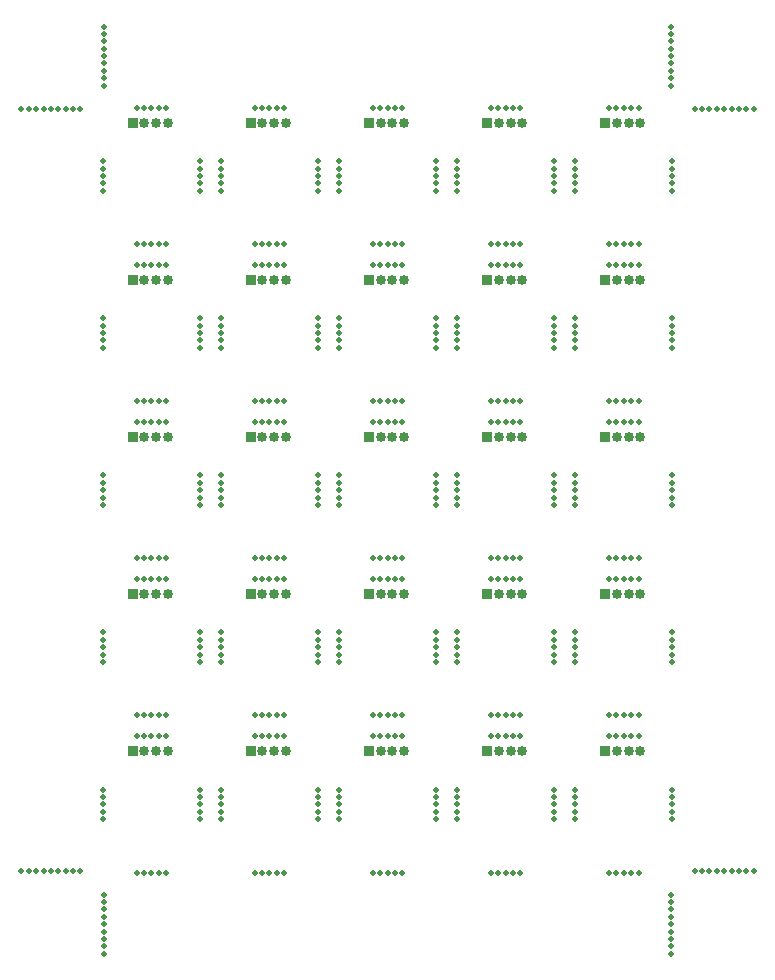
<source format=gbs>
%TF.GenerationSoftware,KiCad,Pcbnew,7.0.5-1.fc38*%
%TF.CreationDate,2023-07-07T14:18:14-04:00*%
%TF.ProjectId,bno085-i2c-board-v3-square-panel,626e6f30-3835-42d6-9932-632d626f6172,rev?*%
%TF.SameCoordinates,Original*%
%TF.FileFunction,Soldermask,Bot*%
%TF.FilePolarity,Negative*%
%FSLAX46Y46*%
G04 Gerber Fmt 4.6, Leading zero omitted, Abs format (unit mm)*
G04 Created by KiCad (PCBNEW 7.0.5-1.fc38) date 2023-07-07 14:18:14*
%MOMM*%
%LPD*%
G01*
G04 APERTURE LIST*
%ADD10C,0.500000*%
%ADD11R,0.850000X0.850000*%
%ADD12O,0.850000X0.850000*%
G04 APERTURE END LIST*
D10*
%TO.C,REF\u002A\u002A*%
X159125000Y-91625000D03*
%TD*%
%TO.C,REF\u002A\u002A*%
X137250000Y-51725000D03*
%TD*%
%TO.C,REF\u002A\u002A*%
X129750000Y-40175000D03*
%TD*%
%TO.C,REF\u002A\u002A*%
X139125000Y-51725000D03*
%TD*%
%TO.C,REF\u002A\u002A*%
X167875000Y-80075000D03*
%TD*%
%TO.C,REF\u002A\u002A*%
X124375000Y-73800000D03*
%TD*%
%TO.C,REF\u002A\u002A*%
X162625000Y-86475000D03*
%TD*%
%TO.C,REF\u002A\u002A*%
X129750000Y-38425000D03*
%TD*%
%TO.C,REF\u002A\u002A*%
X142625000Y-72550000D03*
%TD*%
%TO.C,REF\u002A\u002A*%
X154375000Y-58625000D03*
%TD*%
%TO.C,REF\u002A\u002A*%
X144375000Y-59875000D03*
%TD*%
%TO.C,REF\u002A\u002A*%
X154375000Y-58000000D03*
%TD*%
%TO.C,REF\u002A\u002A*%
X127250000Y-78325000D03*
%TD*%
%TO.C,REF\u002A\u002A*%
X159750000Y-51725000D03*
%TD*%
%TO.C,REF\u002A\u002A*%
X157875000Y-66775000D03*
%TD*%
%TO.C,REF\u002A\u002A*%
X158500000Y-51725000D03*
%TD*%
%TO.C,REF\u002A\u002A*%
X137250000Y-38425000D03*
%TD*%
%TO.C,REF\u002A\u002A*%
X149125000Y-26875000D03*
%TD*%
%TO.C,REF\u002A\u002A*%
X124375000Y-71925000D03*
%TD*%
%TO.C,REF\u002A\u002A*%
X128500000Y-91625000D03*
%TD*%
%TO.C,REF\u002A\u002A*%
X147875000Y-40175000D03*
%TD*%
%TO.C,REF\u002A\u002A*%
X117500000Y-91500000D03*
%TD*%
%TO.C,REF\u002A\u002A*%
X148500000Y-80075000D03*
%TD*%
%TO.C,REF\u002A\u002A*%
X154375000Y-85850000D03*
%TD*%
%TO.C,REF\u002A\u002A*%
X142625000Y-58000000D03*
%TD*%
%TO.C,REF\u002A\u002A*%
X132625000Y-85225000D03*
%TD*%
%TO.C,REF\u002A\u002A*%
X132625000Y-86475000D03*
%TD*%
%TO.C,REF\u002A\u002A*%
X176375000Y-91500000D03*
%TD*%
%TO.C,REF\u002A\u002A*%
X128500000Y-65025000D03*
%TD*%
%TO.C,REF\u002A\u002A*%
X144375000Y-72550000D03*
%TD*%
D11*
%TO.C,J5*%
X136909337Y-41470000D03*
D12*
X137909337Y-41470000D03*
X138909337Y-41470000D03*
X139909337Y-41470000D03*
%TD*%
D10*
%TO.C,REF\u002A\u002A*%
X164375000Y-33275000D03*
%TD*%
%TO.C,REF\u002A\u002A*%
X172625000Y-60500000D03*
%TD*%
%TO.C,REF\u002A\u002A*%
X142625000Y-59250000D03*
%TD*%
%TO.C,REF\u002A\u002A*%
X124500000Y-94750000D03*
%TD*%
%TO.C,REF\u002A\u002A*%
X172500000Y-24375000D03*
%TD*%
%TO.C,REF\u002A\u002A*%
X117500000Y-27000000D03*
%TD*%
%TO.C,REF\u002A\u002A*%
X142625000Y-71925000D03*
%TD*%
%TO.C,REF\u002A\u002A*%
X168500000Y-91625000D03*
%TD*%
%TO.C,REF\u002A\u002A*%
X128500000Y-40175000D03*
%TD*%
%TO.C,REF\u002A\u002A*%
X139125000Y-91625000D03*
%TD*%
%TO.C,REF\u002A\u002A*%
X154375000Y-71925000D03*
%TD*%
%TO.C,REF\u002A\u002A*%
X172500000Y-93500000D03*
%TD*%
%TO.C,REF\u002A\u002A*%
X144375000Y-45950000D03*
%TD*%
%TO.C,REF\u002A\u002A*%
X144375000Y-32650000D03*
%TD*%
%TO.C,REF\u002A\u002A*%
X152625000Y-59875000D03*
%TD*%
%TO.C,REF\u002A\u002A*%
X172625000Y-71300000D03*
%TD*%
%TO.C,REF\u002A\u002A*%
X172500000Y-21250000D03*
%TD*%
%TO.C,REF\u002A\u002A*%
X149750000Y-80075000D03*
%TD*%
%TO.C,REF\u002A\u002A*%
X152625000Y-86475000D03*
%TD*%
%TO.C,REF\u002A\u002A*%
X121875000Y-27000000D03*
%TD*%
%TO.C,REF\u002A\u002A*%
X132625000Y-32650000D03*
%TD*%
%TO.C,REF\u002A\u002A*%
X154375000Y-47200000D03*
%TD*%
%TO.C,REF\u002A\u002A*%
X149125000Y-91625000D03*
%TD*%
%TO.C,REF\u002A\u002A*%
X172625000Y-45325000D03*
%TD*%
%TO.C,REF\u002A\u002A*%
X167250000Y-53475000D03*
%TD*%
%TO.C,REF\u002A\u002A*%
X134375000Y-58625000D03*
%TD*%
%TO.C,REF\u002A\u002A*%
X144375000Y-84600000D03*
%TD*%
%TO.C,REF\u002A\u002A*%
X172500000Y-98500000D03*
%TD*%
%TO.C,REF\u002A\u002A*%
X139750000Y-51725000D03*
%TD*%
%TO.C,REF\u002A\u002A*%
X134375000Y-32025000D03*
%TD*%
%TO.C,REF\u002A\u002A*%
X147250000Y-40175000D03*
%TD*%
%TO.C,REF\u002A\u002A*%
X154375000Y-31400000D03*
%TD*%
%TO.C,REF\u002A\u002A*%
X124375000Y-85850000D03*
%TD*%
%TO.C,REF\u002A\u002A*%
X149750000Y-91625000D03*
%TD*%
%TO.C,REF\u002A\u002A*%
X124500000Y-96000000D03*
%TD*%
%TO.C,REF\u002A\u002A*%
X152625000Y-71925000D03*
%TD*%
%TO.C,REF\u002A\u002A*%
X132625000Y-59250000D03*
%TD*%
%TO.C,REF\u002A\u002A*%
X132625000Y-71925000D03*
%TD*%
%TO.C,REF\u002A\u002A*%
X142625000Y-31400000D03*
%TD*%
%TO.C,REF\u002A\u002A*%
X124375000Y-59250000D03*
%TD*%
D11*
%TO.C,J5*%
X126909337Y-54770000D03*
D12*
X127909337Y-54770000D03*
X128909337Y-54770000D03*
X129909337Y-54770000D03*
%TD*%
D10*
%TO.C,REF\u002A\u002A*%
X144375000Y-45325000D03*
%TD*%
%TO.C,REF\u002A\u002A*%
X138500000Y-40175000D03*
%TD*%
%TO.C,REF\u002A\u002A*%
X139750000Y-91625000D03*
%TD*%
%TO.C,REF\u002A\u002A*%
X129750000Y-53475000D03*
%TD*%
%TO.C,REF\u002A\u002A*%
X149750000Y-66775000D03*
%TD*%
%TO.C,REF\u002A\u002A*%
X134375000Y-73800000D03*
%TD*%
%TO.C,REF\u002A\u002A*%
X134375000Y-85225000D03*
%TD*%
%TO.C,REF\u002A\u002A*%
X175125000Y-27000000D03*
%TD*%
%TO.C,REF\u002A\u002A*%
X159750000Y-40175000D03*
%TD*%
%TO.C,REF\u002A\u002A*%
X124375000Y-32650000D03*
%TD*%
%TO.C,REF\u002A\u002A*%
X138500000Y-66775000D03*
%TD*%
%TO.C,REF\u002A\u002A*%
X124375000Y-86475000D03*
%TD*%
%TO.C,REF\u002A\u002A*%
X148500000Y-66775000D03*
%TD*%
D11*
%TO.C,J5*%
X136909337Y-28170000D03*
D12*
X137909337Y-28170000D03*
X138909337Y-28170000D03*
X139909337Y-28170000D03*
%TD*%
D10*
%TO.C,REF\u002A\u002A*%
X162625000Y-59250000D03*
%TD*%
%TO.C,REF\u002A\u002A*%
X164375000Y-85225000D03*
%TD*%
%TO.C,REF\u002A\u002A*%
X159750000Y-80075000D03*
%TD*%
%TO.C,REF\u002A\u002A*%
X129750000Y-51725000D03*
%TD*%
%TO.C,REF\u002A\u002A*%
X134375000Y-59250000D03*
%TD*%
%TO.C,REF\u002A\u002A*%
X129125000Y-91625000D03*
%TD*%
%TO.C,REF\u002A\u002A*%
X157875000Y-78325000D03*
%TD*%
%TO.C,REF\u002A\u002A*%
X128500000Y-66775000D03*
%TD*%
%TO.C,REF\u002A\u002A*%
X124500000Y-93500000D03*
%TD*%
%TO.C,REF\u002A\u002A*%
X162625000Y-33900000D03*
%TD*%
%TO.C,REF\u002A\u002A*%
X164375000Y-46575000D03*
%TD*%
%TO.C,REF\u002A\u002A*%
X124375000Y-87100000D03*
%TD*%
%TO.C,REF\u002A\u002A*%
X168500000Y-66775000D03*
%TD*%
%TO.C,REF\u002A\u002A*%
X152625000Y-59250000D03*
%TD*%
%TO.C,REF\u002A\u002A*%
X127250000Y-53475000D03*
%TD*%
%TO.C,REF\u002A\u002A*%
X172500000Y-21875000D03*
%TD*%
%TO.C,REF\u002A\u002A*%
X152625000Y-58625000D03*
%TD*%
%TO.C,REF\u002A\u002A*%
X124375000Y-72550000D03*
%TD*%
%TO.C,REF\u002A\u002A*%
X172500000Y-95375000D03*
%TD*%
%TO.C,REF\u002A\u002A*%
X124500000Y-97250000D03*
%TD*%
%TO.C,REF\u002A\u002A*%
X144375000Y-85850000D03*
%TD*%
%TO.C,REF\u002A\u002A*%
X176375000Y-27000000D03*
%TD*%
%TO.C,REF\u002A\u002A*%
X124500000Y-94125000D03*
%TD*%
%TO.C,REF\u002A\u002A*%
X144375000Y-87100000D03*
%TD*%
%TO.C,REF\u002A\u002A*%
X167250000Y-65025000D03*
%TD*%
%TO.C,REF\u002A\u002A*%
X167875000Y-40175000D03*
%TD*%
%TO.C,REF\u002A\u002A*%
X172625000Y-85850000D03*
%TD*%
%TO.C,REF\u002A\u002A*%
X158500000Y-40175000D03*
%TD*%
%TO.C,REF\u002A\u002A*%
X137875000Y-80075000D03*
%TD*%
%TO.C,REF\u002A\u002A*%
X129125000Y-66775000D03*
%TD*%
%TO.C,REF\u002A\u002A*%
X154375000Y-71300000D03*
%TD*%
%TO.C,REF\u002A\u002A*%
X169125000Y-38425000D03*
%TD*%
%TO.C,REF\u002A\u002A*%
X178250000Y-91500000D03*
%TD*%
%TO.C,REF\u002A\u002A*%
X167250000Y-66775000D03*
%TD*%
%TO.C,REF\u002A\u002A*%
X164375000Y-45325000D03*
%TD*%
%TO.C,REF\u002A\u002A*%
X152625000Y-46575000D03*
%TD*%
%TO.C,REF\u002A\u002A*%
X134375000Y-71925000D03*
%TD*%
%TO.C,REF\u002A\u002A*%
X132625000Y-58625000D03*
%TD*%
%TO.C,REF\u002A\u002A*%
X149750000Y-53475000D03*
%TD*%
%TO.C,REF\u002A\u002A*%
X152625000Y-60500000D03*
%TD*%
%TO.C,REF\u002A\u002A*%
X144375000Y-58000000D03*
%TD*%
%TO.C,REF\u002A\u002A*%
X178250000Y-27000000D03*
%TD*%
%TO.C,REF\u002A\u002A*%
X157250000Y-78325000D03*
%TD*%
%TO.C,REF\u002A\u002A*%
X172500000Y-96625000D03*
%TD*%
%TO.C,REF\u002A\u002A*%
X152625000Y-47200000D03*
%TD*%
%TO.C,REF\u002A\u002A*%
X124500000Y-24375000D03*
%TD*%
%TO.C,REF\u002A\u002A*%
X158500000Y-91625000D03*
%TD*%
%TO.C,REF\u002A\u002A*%
X172500000Y-25000000D03*
%TD*%
%TO.C,REF\u002A\u002A*%
X124500000Y-22500000D03*
%TD*%
%TO.C,REF\u002A\u002A*%
X127250000Y-65025000D03*
%TD*%
%TO.C,REF\u002A\u002A*%
X144375000Y-44700000D03*
%TD*%
%TO.C,REF\u002A\u002A*%
X152625000Y-73800000D03*
%TD*%
%TO.C,REF\u002A\u002A*%
X122500000Y-91500000D03*
%TD*%
%TO.C,REF\u002A\u002A*%
X152625000Y-71300000D03*
%TD*%
%TO.C,REF\u002A\u002A*%
X149750000Y-51725000D03*
%TD*%
%TO.C,REF\u002A\u002A*%
X124500000Y-25000000D03*
%TD*%
%TO.C,REF\u002A\u002A*%
X129750000Y-80075000D03*
%TD*%
%TO.C,REF\u002A\u002A*%
X162625000Y-72550000D03*
%TD*%
D11*
%TO.C,J5*%
X136909337Y-81370000D03*
D12*
X137909337Y-81370000D03*
X138909337Y-81370000D03*
X139909337Y-81370000D03*
%TD*%
D10*
%TO.C,REF\u002A\u002A*%
X159750000Y-78325000D03*
%TD*%
%TO.C,REF\u002A\u002A*%
X157250000Y-80075000D03*
%TD*%
%TO.C,REF\u002A\u002A*%
X147250000Y-78325000D03*
%TD*%
%TO.C,REF\u002A\u002A*%
X154375000Y-46575000D03*
%TD*%
%TO.C,REF\u002A\u002A*%
X137875000Y-40175000D03*
%TD*%
%TO.C,REF\u002A\u002A*%
X142625000Y-47200000D03*
%TD*%
%TO.C,REF\u002A\u002A*%
X172500000Y-23125000D03*
%TD*%
%TO.C,REF\u002A\u002A*%
X118125000Y-27000000D03*
%TD*%
%TO.C,REF\u002A\u002A*%
X132625000Y-32025000D03*
%TD*%
%TO.C,REF\u002A\u002A*%
X144375000Y-85225000D03*
%TD*%
%TO.C,REF\u002A\u002A*%
X157875000Y-65025000D03*
%TD*%
%TO.C,REF\u002A\u002A*%
X164375000Y-71925000D03*
%TD*%
%TO.C,REF\u002A\u002A*%
X158500000Y-66775000D03*
%TD*%
%TO.C,REF\u002A\u002A*%
X152625000Y-85850000D03*
%TD*%
%TO.C,REF\u002A\u002A*%
X139125000Y-53475000D03*
%TD*%
%TO.C,REF\u002A\u002A*%
X118125000Y-91500000D03*
%TD*%
%TO.C,REF\u002A\u002A*%
X128500000Y-38425000D03*
%TD*%
%TO.C,REF\u002A\u002A*%
X172500000Y-20000000D03*
%TD*%
%TO.C,REF\u002A\u002A*%
X128500000Y-80075000D03*
%TD*%
%TO.C,REF\u002A\u002A*%
X167875000Y-66775000D03*
%TD*%
%TO.C,REF\u002A\u002A*%
X134375000Y-71300000D03*
%TD*%
%TO.C,REF\u002A\u002A*%
X149125000Y-53475000D03*
%TD*%
%TO.C,REF\u002A\u002A*%
X167250000Y-38425000D03*
%TD*%
%TO.C,REF\u002A\u002A*%
X132625000Y-87100000D03*
%TD*%
%TO.C,REF\u002A\u002A*%
X142625000Y-87100000D03*
%TD*%
%TO.C,REF\u002A\u002A*%
X128500000Y-78325000D03*
%TD*%
%TO.C,REF\u002A\u002A*%
X172625000Y-73800000D03*
%TD*%
%TO.C,REF\u002A\u002A*%
X148500000Y-53475000D03*
%TD*%
%TO.C,REF\u002A\u002A*%
X144375000Y-33900000D03*
%TD*%
%TO.C,REF\u002A\u002A*%
X167250000Y-51725000D03*
%TD*%
D11*
%TO.C,J5*%
X166909337Y-68070000D03*
D12*
X167909337Y-68070000D03*
X168909337Y-68070000D03*
X169909337Y-68070000D03*
%TD*%
D10*
%TO.C,REF\u002A\u002A*%
X177000000Y-91500000D03*
%TD*%
%TO.C,REF\u002A\u002A*%
X177000000Y-27000000D03*
%TD*%
%TO.C,REF\u002A\u002A*%
X120000000Y-27000000D03*
%TD*%
%TO.C,REF\u002A\u002A*%
X162625000Y-45950000D03*
%TD*%
D11*
%TO.C,J5*%
X126909337Y-81370000D03*
D12*
X127909337Y-81370000D03*
X128909337Y-81370000D03*
X129909337Y-81370000D03*
%TD*%
D10*
%TO.C,REF\u002A\u002A*%
X134375000Y-86475000D03*
%TD*%
%TO.C,REF\u002A\u002A*%
X148500000Y-38425000D03*
%TD*%
%TO.C,REF\u002A\u002A*%
X142625000Y-58625000D03*
%TD*%
%TO.C,REF\u002A\u002A*%
X144375000Y-71300000D03*
%TD*%
%TO.C,REF\u002A\u002A*%
X164375000Y-60500000D03*
%TD*%
%TO.C,REF\u002A\u002A*%
X152625000Y-73175000D03*
%TD*%
%TO.C,REF\u002A\u002A*%
X142625000Y-59875000D03*
%TD*%
%TO.C,REF\u002A\u002A*%
X172625000Y-44700000D03*
%TD*%
%TO.C,REF\u002A\u002A*%
X127875000Y-80075000D03*
%TD*%
%TO.C,REF\u002A\u002A*%
X162625000Y-33275000D03*
%TD*%
%TO.C,REF\u002A\u002A*%
X159125000Y-78325000D03*
%TD*%
%TO.C,REF\u002A\u002A*%
X132625000Y-31400000D03*
%TD*%
%TO.C,REF\u002A\u002A*%
X169750000Y-91625000D03*
%TD*%
%TO.C,REF\u002A\u002A*%
X127875000Y-78325000D03*
%TD*%
%TO.C,REF\u002A\u002A*%
X139125000Y-65025000D03*
%TD*%
D11*
%TO.C,J5*%
X136909337Y-54770000D03*
D12*
X137909337Y-54770000D03*
X138909337Y-54770000D03*
X139909337Y-54770000D03*
%TD*%
D10*
%TO.C,REF\u002A\u002A*%
X154375000Y-32650000D03*
%TD*%
%TO.C,REF\u002A\u002A*%
X129125000Y-78325000D03*
%TD*%
%TO.C,REF\u002A\u002A*%
X144375000Y-73175000D03*
%TD*%
%TO.C,REF\u002A\u002A*%
X134375000Y-44700000D03*
%TD*%
%TO.C,REF\u002A\u002A*%
X164375000Y-71300000D03*
%TD*%
%TO.C,REF\u002A\u002A*%
X162625000Y-71300000D03*
%TD*%
D11*
%TO.C,J5*%
X126909337Y-41470000D03*
D12*
X127909337Y-41470000D03*
X128909337Y-41470000D03*
X129909337Y-41470000D03*
%TD*%
D10*
%TO.C,REF\u002A\u002A*%
X147875000Y-66775000D03*
%TD*%
%TO.C,REF\u002A\u002A*%
X152625000Y-87100000D03*
%TD*%
%TO.C,REF\u002A\u002A*%
X132625000Y-85850000D03*
%TD*%
%TO.C,REF\u002A\u002A*%
X164375000Y-85850000D03*
%TD*%
%TO.C,REF\u002A\u002A*%
X134375000Y-33900000D03*
%TD*%
%TO.C,REF\u002A\u002A*%
X142625000Y-86475000D03*
%TD*%
%TO.C,REF\u002A\u002A*%
X157875000Y-26875000D03*
%TD*%
%TO.C,REF\u002A\u002A*%
X167875000Y-91625000D03*
%TD*%
%TO.C,REF\u002A\u002A*%
X132625000Y-73175000D03*
%TD*%
%TO.C,REF\u002A\u002A*%
X172500000Y-97250000D03*
%TD*%
%TO.C,REF\u002A\u002A*%
X147250000Y-53475000D03*
%TD*%
%TO.C,REF\u002A\u002A*%
X152625000Y-31400000D03*
%TD*%
%TO.C,REF\u002A\u002A*%
X142625000Y-60500000D03*
%TD*%
%TO.C,REF\u002A\u002A*%
X144375000Y-31400000D03*
%TD*%
%TO.C,REF\u002A\u002A*%
X124375000Y-46575000D03*
%TD*%
%TO.C,REF\u002A\u002A*%
X138500000Y-65025000D03*
%TD*%
%TO.C,REF\u002A\u002A*%
X129125000Y-38425000D03*
%TD*%
%TO.C,REF\u002A\u002A*%
X164375000Y-44700000D03*
%TD*%
%TO.C,REF\u002A\u002A*%
X169750000Y-80075000D03*
%TD*%
%TO.C,REF\u002A\u002A*%
X159125000Y-38425000D03*
%TD*%
%TO.C,REF\u002A\u002A*%
X152625000Y-85225000D03*
%TD*%
%TO.C,REF\u002A\u002A*%
X144375000Y-60500000D03*
%TD*%
%TO.C,REF\u002A\u002A*%
X144375000Y-46575000D03*
%TD*%
%TO.C,REF\u002A\u002A*%
X127875000Y-26875000D03*
%TD*%
%TO.C,REF\u002A\u002A*%
X139125000Y-40175000D03*
%TD*%
%TO.C,REF\u002A\u002A*%
X134375000Y-45325000D03*
%TD*%
%TO.C,REF\u002A\u002A*%
X142625000Y-73800000D03*
%TD*%
%TO.C,REF\u002A\u002A*%
X124500000Y-20000000D03*
%TD*%
%TO.C,REF\u002A\u002A*%
X162625000Y-44700000D03*
%TD*%
%TO.C,REF\u002A\u002A*%
X154375000Y-72550000D03*
%TD*%
%TO.C,REF\u002A\u002A*%
X119375000Y-91500000D03*
%TD*%
%TO.C,REF\u002A\u002A*%
X172625000Y-73175000D03*
%TD*%
%TO.C,REF\u002A\u002A*%
X127875000Y-66775000D03*
%TD*%
D11*
%TO.C,J5*%
X166909337Y-54770000D03*
D12*
X167909337Y-54770000D03*
X168909337Y-54770000D03*
X169909337Y-54770000D03*
%TD*%
D10*
%TO.C,REF\u002A\u002A*%
X157875000Y-40175000D03*
%TD*%
%TO.C,REF\u002A\u002A*%
X162625000Y-84600000D03*
%TD*%
%TO.C,REF\u002A\u002A*%
X169750000Y-78325000D03*
%TD*%
%TO.C,REF\u002A\u002A*%
X167875000Y-38425000D03*
%TD*%
%TO.C,REF\u002A\u002A*%
X144375000Y-59250000D03*
%TD*%
%TO.C,REF\u002A\u002A*%
X152625000Y-32025000D03*
%TD*%
%TO.C,REF\u002A\u002A*%
X167875000Y-65025000D03*
%TD*%
%TO.C,REF\u002A\u002A*%
X142625000Y-32650000D03*
%TD*%
%TO.C,REF\u002A\u002A*%
X142625000Y-32025000D03*
%TD*%
%TO.C,REF\u002A\u002A*%
X137250000Y-26875000D03*
%TD*%
%TO.C,REF\u002A\u002A*%
X124375000Y-31400000D03*
%TD*%
%TO.C,REF\u002A\u002A*%
X137250000Y-40175000D03*
%TD*%
%TO.C,REF\u002A\u002A*%
X132625000Y-33275000D03*
%TD*%
D11*
%TO.C,J5*%
X146909337Y-28170000D03*
D12*
X147909337Y-28170000D03*
X148909337Y-28170000D03*
X149909337Y-28170000D03*
%TD*%
D10*
%TO.C,REF\u002A\u002A*%
X127875000Y-40175000D03*
%TD*%
%TO.C,REF\u002A\u002A*%
X139750000Y-53475000D03*
%TD*%
%TO.C,REF\u002A\u002A*%
X124375000Y-33275000D03*
%TD*%
%TO.C,REF\u002A\u002A*%
X149750000Y-65025000D03*
%TD*%
%TO.C,REF\u002A\u002A*%
X124375000Y-45950000D03*
%TD*%
%TO.C,REF\u002A\u002A*%
X172625000Y-84600000D03*
%TD*%
%TO.C,REF\u002A\u002A*%
X167250000Y-26875000D03*
%TD*%
%TO.C,REF\u002A\u002A*%
X124500000Y-98500000D03*
%TD*%
%TO.C,REF\u002A\u002A*%
X164375000Y-72550000D03*
%TD*%
%TO.C,REF\u002A\u002A*%
X149125000Y-40175000D03*
%TD*%
%TO.C,REF\u002A\u002A*%
X172625000Y-85225000D03*
%TD*%
%TO.C,REF\u002A\u002A*%
X159750000Y-53475000D03*
%TD*%
%TO.C,REF\u002A\u002A*%
X129750000Y-26875000D03*
%TD*%
%TO.C,REF\u002A\u002A*%
X177625000Y-27000000D03*
%TD*%
%TO.C,REF\u002A\u002A*%
X127250000Y-26875000D03*
%TD*%
%TO.C,REF\u002A\u002A*%
X164375000Y-59875000D03*
%TD*%
%TO.C,REF\u002A\u002A*%
X121250000Y-27000000D03*
%TD*%
%TO.C,REF\u002A\u002A*%
X172625000Y-71925000D03*
%TD*%
%TO.C,REF\u002A\u002A*%
X177625000Y-91500000D03*
%TD*%
%TO.C,REF\u002A\u002A*%
X142625000Y-46575000D03*
%TD*%
%TO.C,REF\u002A\u002A*%
X154375000Y-59250000D03*
%TD*%
%TO.C,REF\u002A\u002A*%
X134375000Y-84600000D03*
%TD*%
%TO.C,REF\u002A\u002A*%
X124500000Y-95375000D03*
%TD*%
%TO.C,REF\u002A\u002A*%
X144375000Y-73800000D03*
%TD*%
%TO.C,REF\u002A\u002A*%
X132625000Y-46575000D03*
%TD*%
%TO.C,REF\u002A\u002A*%
X169125000Y-53475000D03*
%TD*%
%TO.C,REF\u002A\u002A*%
X168500000Y-26875000D03*
%TD*%
%TO.C,REF\u002A\u002A*%
X138500000Y-91625000D03*
%TD*%
%TO.C,REF\u002A\u002A*%
X162625000Y-58625000D03*
%TD*%
%TO.C,REF\u002A\u002A*%
X142625000Y-33275000D03*
%TD*%
%TO.C,REF\u002A\u002A*%
X172500000Y-23750000D03*
%TD*%
%TO.C,REF\u002A\u002A*%
X162625000Y-32650000D03*
%TD*%
%TO.C,REF\u002A\u002A*%
X147875000Y-65025000D03*
%TD*%
%TO.C,REF\u002A\u002A*%
X124375000Y-58625000D03*
%TD*%
%TO.C,REF\u002A\u002A*%
X157250000Y-38425000D03*
%TD*%
%TO.C,REF\u002A\u002A*%
X169125000Y-51725000D03*
%TD*%
%TO.C,REF\u002A\u002A*%
X134375000Y-58000000D03*
%TD*%
%TO.C,REF\u002A\u002A*%
X118750000Y-27000000D03*
%TD*%
%TO.C,REF\u002A\u002A*%
X169750000Y-66775000D03*
%TD*%
%TO.C,REF\u002A\u002A*%
X128500000Y-26875000D03*
%TD*%
%TO.C,REF\u002A\u002A*%
X169750000Y-51725000D03*
%TD*%
%TO.C,REF\u002A\u002A*%
X127250000Y-66775000D03*
%TD*%
%TO.C,REF\u002A\u002A*%
X172625000Y-47200000D03*
%TD*%
%TO.C,REF\u002A\u002A*%
X129125000Y-65025000D03*
%TD*%
%TO.C,REF\u002A\u002A*%
X159750000Y-66775000D03*
%TD*%
%TO.C,REF\u002A\u002A*%
X132625000Y-59875000D03*
%TD*%
%TO.C,REF\u002A\u002A*%
X120000000Y-91500000D03*
%TD*%
%TO.C,REF\u002A\u002A*%
X164375000Y-87100000D03*
%TD*%
%TO.C,REF\u002A\u002A*%
X168500000Y-78325000D03*
%TD*%
%TO.C,REF\u002A\u002A*%
X147875000Y-80075000D03*
%TD*%
%TO.C,REF\u002A\u002A*%
X147250000Y-51725000D03*
%TD*%
D11*
%TO.C,J5*%
X136909337Y-68070000D03*
D12*
X137909337Y-68070000D03*
X138909337Y-68070000D03*
X139909337Y-68070000D03*
%TD*%
D10*
%TO.C,REF\u002A\u002A*%
X137250000Y-66775000D03*
%TD*%
%TO.C,REF\u002A\u002A*%
X128500000Y-51725000D03*
%TD*%
%TO.C,REF\u002A\u002A*%
X134375000Y-47200000D03*
%TD*%
%TO.C,REF\u002A\u002A*%
X154375000Y-73175000D03*
%TD*%
%TO.C,REF\u002A\u002A*%
X159125000Y-80075000D03*
%TD*%
%TO.C,REF\u002A\u002A*%
X154375000Y-84600000D03*
%TD*%
%TO.C,REF\u002A\u002A*%
X132625000Y-58000000D03*
%TD*%
%TO.C,REF\u002A\u002A*%
X159125000Y-26875000D03*
%TD*%
%TO.C,REF\u002A\u002A*%
X139750000Y-40175000D03*
%TD*%
D11*
%TO.C,J5*%
X156909337Y-28170000D03*
D12*
X157909337Y-28170000D03*
X158909337Y-28170000D03*
X159909337Y-28170000D03*
%TD*%
D10*
%TO.C,REF\u002A\u002A*%
X139125000Y-26875000D03*
%TD*%
%TO.C,REF\u002A\u002A*%
X144375000Y-58625000D03*
%TD*%
%TO.C,REF\u002A\u002A*%
X152625000Y-33900000D03*
%TD*%
%TO.C,REF\u002A\u002A*%
X148500000Y-65025000D03*
%TD*%
%TO.C,REF\u002A\u002A*%
X129125000Y-40175000D03*
%TD*%
%TO.C,REF\u002A\u002A*%
X142625000Y-85850000D03*
%TD*%
%TO.C,REF\u002A\u002A*%
X127250000Y-40175000D03*
%TD*%
%TO.C,REF\u002A\u002A*%
X162625000Y-31400000D03*
%TD*%
%TO.C,REF\u002A\u002A*%
X149750000Y-40175000D03*
%TD*%
%TO.C,REF\u002A\u002A*%
X121875000Y-91500000D03*
%TD*%
%TO.C,REF\u002A\u002A*%
X152625000Y-72550000D03*
%TD*%
%TO.C,REF\u002A\u002A*%
X124375000Y-73175000D03*
%TD*%
%TO.C,REF\u002A\u002A*%
X137250000Y-53475000D03*
%TD*%
%TO.C,REF\u002A\u002A*%
X124375000Y-60500000D03*
%TD*%
%TO.C,REF\u002A\u002A*%
X147250000Y-91625000D03*
%TD*%
%TO.C,REF\u002A\u002A*%
X158500000Y-80075000D03*
%TD*%
%TO.C,REF\u002A\u002A*%
X164375000Y-33900000D03*
%TD*%
%TO.C,REF\u002A\u002A*%
X162625000Y-32025000D03*
%TD*%
%TO.C,REF\u002A\u002A*%
X138500000Y-53475000D03*
%TD*%
%TO.C,REF\u002A\u002A*%
X127875000Y-53475000D03*
%TD*%
%TO.C,REF\u002A\u002A*%
X149125000Y-38425000D03*
%TD*%
%TO.C,REF\u002A\u002A*%
X138500000Y-51725000D03*
%TD*%
%TO.C,REF\u002A\u002A*%
X147875000Y-91625000D03*
%TD*%
%TO.C,REF\u002A\u002A*%
X134375000Y-45950000D03*
%TD*%
%TO.C,REF\u002A\u002A*%
X134375000Y-33275000D03*
%TD*%
%TO.C,REF\u002A\u002A*%
X154375000Y-85225000D03*
%TD*%
%TO.C,REF\u002A\u002A*%
X169125000Y-40175000D03*
%TD*%
%TO.C,REF\u002A\u002A*%
X137875000Y-51725000D03*
%TD*%
%TO.C,REF\u002A\u002A*%
X164375000Y-31400000D03*
%TD*%
%TO.C,REF\u002A\u002A*%
X164375000Y-86475000D03*
%TD*%
%TO.C,REF\u002A\u002A*%
X138500000Y-80075000D03*
%TD*%
%TO.C,REF\u002A\u002A*%
X127250000Y-51725000D03*
%TD*%
%TO.C,REF\u002A\u002A*%
X179500000Y-27000000D03*
%TD*%
%TO.C,REF\u002A\u002A*%
X127250000Y-91625000D03*
%TD*%
%TO.C,REF\u002A\u002A*%
X119375000Y-27000000D03*
%TD*%
D11*
%TO.C,J5*%
X156909337Y-81370000D03*
D12*
X157909337Y-81370000D03*
X158909337Y-81370000D03*
X159909337Y-81370000D03*
%TD*%
D10*
%TO.C,REF\u002A\u002A*%
X134375000Y-46575000D03*
%TD*%
%TO.C,REF\u002A\u002A*%
X157250000Y-51725000D03*
%TD*%
%TO.C,REF\u002A\u002A*%
X144375000Y-32025000D03*
%TD*%
%TO.C,REF\u002A\u002A*%
X158500000Y-65025000D03*
%TD*%
%TO.C,REF\u002A\u002A*%
X172625000Y-31400000D03*
%TD*%
%TO.C,REF\u002A\u002A*%
X157875000Y-51725000D03*
%TD*%
%TO.C,REF\u002A\u002A*%
X168500000Y-51725000D03*
%TD*%
%TO.C,REF\u002A\u002A*%
X169125000Y-91625000D03*
%TD*%
%TO.C,REF\u002A\u002A*%
X159750000Y-38425000D03*
%TD*%
%TO.C,REF\u002A\u002A*%
X147250000Y-38425000D03*
%TD*%
%TO.C,REF\u002A\u002A*%
X162625000Y-47200000D03*
%TD*%
%TO.C,REF\u002A\u002A*%
X172625000Y-58000000D03*
%TD*%
%TO.C,REF\u002A\u002A*%
X162625000Y-85850000D03*
%TD*%
%TO.C,REF\u002A\u002A*%
X164375000Y-45950000D03*
%TD*%
%TO.C,REF\u002A\u002A*%
X154375000Y-59875000D03*
%TD*%
%TO.C,REF\u002A\u002A*%
X167250000Y-78325000D03*
%TD*%
%TO.C,REF\u002A\u002A*%
X124500000Y-21250000D03*
%TD*%
%TO.C,REF\u002A\u002A*%
X164375000Y-73800000D03*
%TD*%
%TO.C,REF\u002A\u002A*%
X149125000Y-65025000D03*
%TD*%
%TO.C,REF\u002A\u002A*%
X169750000Y-38425000D03*
%TD*%
%TO.C,REF\u002A\u002A*%
X154375000Y-33275000D03*
%TD*%
%TO.C,REF\u002A\u002A*%
X124375000Y-58000000D03*
%TD*%
%TO.C,REF\u002A\u002A*%
X174500000Y-91500000D03*
%TD*%
%TO.C,REF\u002A\u002A*%
X167875000Y-26875000D03*
%TD*%
%TO.C,REF\u002A\u002A*%
X134375000Y-60500000D03*
%TD*%
%TO.C,REF\u002A\u002A*%
X129125000Y-51725000D03*
%TD*%
%TO.C,REF\u002A\u002A*%
X172625000Y-58625000D03*
%TD*%
%TO.C,REF\u002A\u002A*%
X134375000Y-31400000D03*
%TD*%
%TO.C,REF\u002A\u002A*%
X147875000Y-38425000D03*
%TD*%
%TO.C,REF\u002A\u002A*%
X121250000Y-91500000D03*
%TD*%
%TO.C,REF\u002A\u002A*%
X129125000Y-26875000D03*
%TD*%
%TO.C,REF\u002A\u002A*%
X142625000Y-84600000D03*
%TD*%
%TO.C,REF\u002A\u002A*%
X172500000Y-97875000D03*
%TD*%
%TO.C,REF\u002A\u002A*%
X134375000Y-72550000D03*
%TD*%
%TO.C,REF\u002A\u002A*%
X137875000Y-78325000D03*
%TD*%
%TO.C,REF\u002A\u002A*%
X154375000Y-44700000D03*
%TD*%
%TO.C,REF\u002A\u002A*%
X142625000Y-71300000D03*
%TD*%
%TO.C,REF\u002A\u002A*%
X167875000Y-53475000D03*
%TD*%
D11*
%TO.C,J5*%
X166909337Y-28170000D03*
D12*
X167909337Y-28170000D03*
X168909337Y-28170000D03*
X169909337Y-28170000D03*
%TD*%
D10*
%TO.C,REF\u002A\u002A*%
X172625000Y-32025000D03*
%TD*%
%TO.C,REF\u002A\u002A*%
X164375000Y-47200000D03*
%TD*%
%TO.C,REF\u002A\u002A*%
X157250000Y-91625000D03*
%TD*%
%TO.C,REF\u002A\u002A*%
X172500000Y-22500000D03*
%TD*%
%TO.C,REF\u002A\u002A*%
X124375000Y-85225000D03*
%TD*%
%TO.C,REF\u002A\u002A*%
X137875000Y-65025000D03*
%TD*%
%TO.C,REF\u002A\u002A*%
X132625000Y-84600000D03*
%TD*%
%TO.C,REF\u002A\u002A*%
X139750000Y-80075000D03*
%TD*%
%TO.C,REF\u002A\u002A*%
X172625000Y-45950000D03*
%TD*%
%TO.C,REF\u002A\u002A*%
X132625000Y-60500000D03*
%TD*%
%TO.C,REF\u002A\u002A*%
X132625000Y-47200000D03*
%TD*%
%TO.C,REF\u002A\u002A*%
X137875000Y-26875000D03*
%TD*%
%TO.C,REF\u002A\u002A*%
X132625000Y-72550000D03*
%TD*%
%TO.C,REF\u002A\u002A*%
X172625000Y-59250000D03*
%TD*%
%TO.C,REF\u002A\u002A*%
X124375000Y-45325000D03*
%TD*%
%TO.C,REF\u002A\u002A*%
X124375000Y-84600000D03*
%TD*%
%TO.C,REF\u002A\u002A*%
X137250000Y-78325000D03*
%TD*%
%TO.C,REF\u002A\u002A*%
X144375000Y-86475000D03*
%TD*%
%TO.C,REF\u002A\u002A*%
X134375000Y-32650000D03*
%TD*%
%TO.C,REF\u002A\u002A*%
X148500000Y-40175000D03*
%TD*%
%TO.C,REF\u002A\u002A*%
X149125000Y-78325000D03*
%TD*%
%TO.C,REF\u002A\u002A*%
X172625000Y-46575000D03*
%TD*%
%TO.C,REF\u002A\u002A*%
X137875000Y-91625000D03*
%TD*%
%TO.C,REF\u002A\u002A*%
X132625000Y-71300000D03*
%TD*%
%TO.C,REF\u002A\u002A*%
X127875000Y-91625000D03*
%TD*%
%TO.C,REF\u002A\u002A*%
X138500000Y-78325000D03*
%TD*%
%TO.C,REF\u002A\u002A*%
X149125000Y-80075000D03*
%TD*%
%TO.C,REF\u002A\u002A*%
X164375000Y-32025000D03*
%TD*%
%TO.C,REF\u002A\u002A*%
X124500000Y-23125000D03*
%TD*%
%TO.C,REF\u002A\u002A*%
X148500000Y-26875000D03*
%TD*%
%TO.C,REF\u002A\u002A*%
X124500000Y-96625000D03*
%TD*%
%TO.C,REF\u002A\u002A*%
X147250000Y-80075000D03*
%TD*%
%TO.C,REF\u002A\u002A*%
X167250000Y-40175000D03*
%TD*%
%TO.C,REF\u002A\u002A*%
X162625000Y-46575000D03*
%TD*%
%TO.C,REF\u002A\u002A*%
X152625000Y-33275000D03*
%TD*%
%TO.C,REF\u002A\u002A*%
X132625000Y-44700000D03*
%TD*%
%TO.C,REF\u002A\u002A*%
X168500000Y-53475000D03*
%TD*%
%TO.C,REF\u002A\u002A*%
X154375000Y-60500000D03*
%TD*%
%TO.C,REF\u002A\u002A*%
X137875000Y-66775000D03*
%TD*%
%TO.C,REF\u002A\u002A*%
X124500000Y-23750000D03*
%TD*%
%TO.C,REF\u002A\u002A*%
X147875000Y-78325000D03*
%TD*%
%TO.C,REF\u002A\u002A*%
X159125000Y-65025000D03*
%TD*%
%TO.C,REF\u002A\u002A*%
X147250000Y-26875000D03*
%TD*%
%TO.C,REF\u002A\u002A*%
X168500000Y-40175000D03*
%TD*%
%TO.C,REF\u002A\u002A*%
X124375000Y-59875000D03*
%TD*%
%TO.C,REF\u002A\u002A*%
X168500000Y-38425000D03*
%TD*%
%TO.C,REF\u002A\u002A*%
X154375000Y-73800000D03*
%TD*%
%TO.C,REF\u002A\u002A*%
X154375000Y-45325000D03*
%TD*%
%TO.C,REF\u002A\u002A*%
X174500000Y-27000000D03*
%TD*%
%TO.C,REF\u002A\u002A*%
X148500000Y-51725000D03*
%TD*%
%TO.C,REF\u002A\u002A*%
X164375000Y-58625000D03*
%TD*%
%TO.C,REF\u002A\u002A*%
X172625000Y-86475000D03*
%TD*%
D11*
%TO.C,J5*%
X126909337Y-68070000D03*
D12*
X127909337Y-68070000D03*
X128909337Y-68070000D03*
X129909337Y-68070000D03*
%TD*%
D10*
%TO.C,REF\u002A\u002A*%
X168500000Y-65025000D03*
%TD*%
%TO.C,REF\u002A\u002A*%
X149750000Y-38425000D03*
%TD*%
%TO.C,REF\u002A\u002A*%
X137250000Y-91625000D03*
%TD*%
%TO.C,REF\u002A\u002A*%
X159125000Y-53475000D03*
%TD*%
%TO.C,REF\u002A\u002A*%
X142625000Y-85225000D03*
%TD*%
%TO.C,REF\u002A\u002A*%
X154375000Y-33900000D03*
%TD*%
D11*
%TO.C,J5*%
X156909337Y-68070000D03*
D12*
X157909337Y-68070000D03*
X158909337Y-68070000D03*
X159909337Y-68070000D03*
%TD*%
D10*
%TO.C,REF\u002A\u002A*%
X169750000Y-53475000D03*
%TD*%
%TO.C,REF\u002A\u002A*%
X152625000Y-32650000D03*
%TD*%
%TO.C,REF\u002A\u002A*%
X138500000Y-38425000D03*
%TD*%
%TO.C,REF\u002A\u002A*%
X157250000Y-40175000D03*
%TD*%
%TO.C,REF\u002A\u002A*%
X162625000Y-59875000D03*
%TD*%
%TO.C,REF\u002A\u002A*%
X159750000Y-26875000D03*
%TD*%
%TO.C,REF\u002A\u002A*%
X118750000Y-91500000D03*
%TD*%
%TO.C,REF\u002A\u002A*%
X147250000Y-66775000D03*
%TD*%
%TO.C,REF\u002A\u002A*%
X169125000Y-66775000D03*
%TD*%
%TO.C,REF\u002A\u002A*%
X142625000Y-44700000D03*
%TD*%
%TO.C,REF\u002A\u002A*%
X154375000Y-32025000D03*
%TD*%
%TO.C,REF\u002A\u002A*%
X127250000Y-38425000D03*
%TD*%
%TO.C,REF\u002A\u002A*%
X178875000Y-91500000D03*
%TD*%
%TO.C,REF\u002A\u002A*%
X157250000Y-26875000D03*
%TD*%
%TO.C,REF\u002A\u002A*%
X159125000Y-40175000D03*
%TD*%
%TO.C,REF\u002A\u002A*%
X162625000Y-71925000D03*
%TD*%
%TO.C,REF\u002A\u002A*%
X159750000Y-91625000D03*
%TD*%
%TO.C,REF\u002A\u002A*%
X132625000Y-73800000D03*
%TD*%
%TO.C,REF\u002A\u002A*%
X129750000Y-66775000D03*
%TD*%
%TO.C,REF\u002A\u002A*%
X162625000Y-45325000D03*
%TD*%
%TO.C,REF\u002A\u002A*%
X147875000Y-53475000D03*
%TD*%
%TO.C,REF\u002A\u002A*%
X167250000Y-80075000D03*
%TD*%
%TO.C,REF\u002A\u002A*%
X139750000Y-66775000D03*
%TD*%
%TO.C,REF\u002A\u002A*%
X158500000Y-78325000D03*
%TD*%
%TO.C,REF\u002A\u002A*%
X169125000Y-78325000D03*
%TD*%
%TO.C,REF\u002A\u002A*%
X162625000Y-87100000D03*
%TD*%
%TO.C,REF\u002A\u002A*%
X128500000Y-53475000D03*
%TD*%
%TO.C,REF\u002A\u002A*%
X159125000Y-51725000D03*
%TD*%
D11*
%TO.C,J5*%
X156909337Y-54770000D03*
D12*
X157909337Y-54770000D03*
X158909337Y-54770000D03*
X159909337Y-54770000D03*
%TD*%
D10*
%TO.C,REF\u002A\u002A*%
X132625000Y-45950000D03*
%TD*%
%TO.C,REF\u002A\u002A*%
X134375000Y-85850000D03*
%TD*%
%TO.C,REF\u002A\u002A*%
X124500000Y-20625000D03*
%TD*%
%TO.C,REF\u002A\u002A*%
X172625000Y-87100000D03*
%TD*%
%TO.C,REF\u002A\u002A*%
X149750000Y-26875000D03*
%TD*%
%TO.C,REF\u002A\u002A*%
X124375000Y-71300000D03*
%TD*%
%TO.C,REF\u002A\u002A*%
X149125000Y-66775000D03*
%TD*%
%TO.C,REF\u002A\u002A*%
X164375000Y-73175000D03*
%TD*%
%TO.C,REF\u002A\u002A*%
X127875000Y-38425000D03*
%TD*%
%TO.C,REF\u002A\u002A*%
X172625000Y-33900000D03*
%TD*%
%TO.C,REF\u002A\u002A*%
X169750000Y-26875000D03*
%TD*%
%TO.C,REF\u002A\u002A*%
X154375000Y-45950000D03*
%TD*%
%TO.C,REF\u002A\u002A*%
X152625000Y-45325000D03*
%TD*%
%TO.C,REF\u002A\u002A*%
X157250000Y-66775000D03*
%TD*%
%TO.C,REF\u002A\u002A*%
X167875000Y-51725000D03*
%TD*%
%TO.C,REF\u002A\u002A*%
X147875000Y-26875000D03*
%TD*%
%TO.C,REF\u002A\u002A*%
X142625000Y-33900000D03*
%TD*%
%TO.C,REF\u002A\u002A*%
X134375000Y-73175000D03*
%TD*%
%TO.C,REF\u002A\u002A*%
X139125000Y-66775000D03*
%TD*%
%TO.C,REF\u002A\u002A*%
X164375000Y-58000000D03*
%TD*%
%TO.C,REF\u002A\u002A*%
X144375000Y-71925000D03*
%TD*%
%TO.C,REF\u002A\u002A*%
X157875000Y-80075000D03*
%TD*%
%TO.C,REF\u002A\u002A*%
X167875000Y-78325000D03*
%TD*%
%TO.C,REF\u002A\u002A*%
X167250000Y-91625000D03*
%TD*%
%TO.C,REF\u002A\u002A*%
X152625000Y-45950000D03*
%TD*%
%TO.C,REF\u002A\u002A*%
X159750000Y-65025000D03*
%TD*%
%TO.C,REF\u002A\u002A*%
X169125000Y-80075000D03*
%TD*%
%TO.C,REF\u002A\u002A*%
X124375000Y-32025000D03*
%TD*%
D11*
%TO.C,J5*%
X156909337Y-41470000D03*
D12*
X157909337Y-41470000D03*
X158909337Y-41470000D03*
X159909337Y-41470000D03*
%TD*%
D10*
%TO.C,REF\u002A\u002A*%
X137250000Y-80075000D03*
%TD*%
%TO.C,REF\u002A\u002A*%
X172625000Y-59875000D03*
%TD*%
%TO.C,REF\u002A\u002A*%
X139750000Y-65025000D03*
%TD*%
%TO.C,REF\u002A\u002A*%
X124375000Y-33900000D03*
%TD*%
%TO.C,REF\u002A\u002A*%
X169125000Y-26875000D03*
%TD*%
%TO.C,REF\u002A\u002A*%
X142625000Y-45325000D03*
%TD*%
%TO.C,REF\u002A\u002A*%
X142625000Y-73175000D03*
%TD*%
%TO.C,REF\u002A\u002A*%
X175750000Y-27000000D03*
%TD*%
%TO.C,REF\u002A\u002A*%
X137250000Y-65025000D03*
%TD*%
%TO.C,REF\u002A\u002A*%
X157250000Y-65025000D03*
%TD*%
%TO.C,REF\u002A\u002A*%
X168500000Y-80075000D03*
%TD*%
%TO.C,REF\u002A\u002A*%
X124375000Y-44700000D03*
%TD*%
%TO.C,REF\u002A\u002A*%
X129750000Y-78325000D03*
%TD*%
%TO.C,REF\u002A\u002A*%
X149125000Y-51725000D03*
%TD*%
%TO.C,REF\u002A\u002A*%
X164375000Y-32650000D03*
%TD*%
%TO.C,REF\u002A\u002A*%
X144375000Y-47200000D03*
%TD*%
%TO.C,REF\u002A\u002A*%
X157875000Y-38425000D03*
%TD*%
%TO.C,REF\u002A\u002A*%
X164375000Y-84600000D03*
%TD*%
%TO.C,REF\u002A\u002A*%
X169750000Y-65025000D03*
%TD*%
%TO.C,REF\u002A\u002A*%
X139125000Y-78325000D03*
%TD*%
%TO.C,REF\u002A\u002A*%
X158500000Y-53475000D03*
%TD*%
%TO.C,REF\u002A\u002A*%
X148500000Y-78325000D03*
%TD*%
%TO.C,REF\u002A\u002A*%
X154375000Y-86475000D03*
%TD*%
%TO.C,REF\u002A\u002A*%
X162625000Y-58000000D03*
%TD*%
%TO.C,REF\u002A\u002A*%
X147875000Y-51725000D03*
%TD*%
%TO.C,REF\u002A\u002A*%
X148500000Y-91625000D03*
%TD*%
%TO.C,REF\u002A\u002A*%
X158500000Y-26875000D03*
%TD*%
%TO.C,REF\u002A\u002A*%
X172500000Y-96000000D03*
%TD*%
%TO.C,REF\u002A\u002A*%
X144375000Y-33275000D03*
%TD*%
%TO.C,REF\u002A\u002A*%
X139750000Y-78325000D03*
%TD*%
%TO.C,REF\u002A\u002A*%
X152625000Y-58000000D03*
%TD*%
%TO.C,REF\u002A\u002A*%
X152625000Y-44700000D03*
%TD*%
%TO.C,REF\u002A\u002A*%
X158500000Y-38425000D03*
%TD*%
%TO.C,REF\u002A\u002A*%
X172500000Y-94125000D03*
%TD*%
%TO.C,REF\u002A\u002A*%
X139750000Y-38425000D03*
%TD*%
%TO.C,REF\u002A\u002A*%
X137875000Y-53475000D03*
%TD*%
%TO.C,REF\u002A\u002A*%
X127250000Y-80075000D03*
%TD*%
%TO.C,REF\u002A\u002A*%
X134375000Y-59875000D03*
%TD*%
%TO.C,REF\u002A\u002A*%
X162625000Y-85225000D03*
%TD*%
D11*
%TO.C,J5*%
X146909337Y-54770000D03*
D12*
X147909337Y-54770000D03*
X148909337Y-54770000D03*
X149909337Y-54770000D03*
%TD*%
D10*
%TO.C,REF\u002A\u002A*%
X147250000Y-65025000D03*
%TD*%
%TO.C,REF\u002A\u002A*%
X175750000Y-91500000D03*
%TD*%
%TO.C,REF\u002A\u002A*%
X124500000Y-97875000D03*
%TD*%
%TO.C,REF\u002A\u002A*%
X172625000Y-72550000D03*
%TD*%
%TO.C,REF\u002A\u002A*%
X164375000Y-59250000D03*
%TD*%
%TO.C,REF\u002A\u002A*%
X172625000Y-33275000D03*
%TD*%
%TO.C,REF\u002A\u002A*%
X154375000Y-87100000D03*
%TD*%
%TO.C,REF\u002A\u002A*%
X132625000Y-45325000D03*
%TD*%
%TO.C,REF\u002A\u002A*%
X138500000Y-26875000D03*
%TD*%
%TO.C,REF\u002A\u002A*%
X120625000Y-91500000D03*
%TD*%
%TO.C,REF\u002A\u002A*%
X159125000Y-66775000D03*
%TD*%
%TO.C,REF\u002A\u002A*%
X129750000Y-91625000D03*
%TD*%
%TO.C,REF\u002A\u002A*%
X169125000Y-65025000D03*
%TD*%
%TO.C,REF\u002A\u002A*%
X169750000Y-40175000D03*
%TD*%
D11*
%TO.C,J5*%
X146909337Y-41470000D03*
D12*
X147909337Y-41470000D03*
X148909337Y-41470000D03*
X149909337Y-41470000D03*
%TD*%
D10*
%TO.C,REF\u002A\u002A*%
X134375000Y-87100000D03*
%TD*%
D11*
%TO.C,J5*%
X146909337Y-81370000D03*
D12*
X147909337Y-81370000D03*
X148909337Y-81370000D03*
X149909337Y-81370000D03*
%TD*%
D10*
%TO.C,REF\u002A\u002A*%
X179500000Y-91500000D03*
%TD*%
%TO.C,REF\u002A\u002A*%
X162625000Y-60500000D03*
%TD*%
%TO.C,REF\u002A\u002A*%
X129750000Y-65025000D03*
%TD*%
D11*
%TO.C,J5*%
X126909337Y-28170000D03*
D12*
X127909337Y-28170000D03*
X128909337Y-28170000D03*
X129909337Y-28170000D03*
%TD*%
D10*
%TO.C,REF\u002A\u002A*%
X162625000Y-73175000D03*
%TD*%
%TO.C,REF\u002A\u002A*%
X137875000Y-38425000D03*
%TD*%
%TO.C,REF\u002A\u002A*%
X127875000Y-51725000D03*
%TD*%
%TO.C,REF\u002A\u002A*%
X157875000Y-91625000D03*
%TD*%
%TO.C,REF\u002A\u002A*%
X149750000Y-78325000D03*
%TD*%
%TO.C,REF\u002A\u002A*%
X152625000Y-84600000D03*
%TD*%
D11*
%TO.C,J5*%
X146909337Y-68070000D03*
D12*
X147909337Y-68070000D03*
X148909337Y-68070000D03*
X149909337Y-68070000D03*
%TD*%
D10*
%TO.C,REF\u002A\u002A*%
X132625000Y-33900000D03*
%TD*%
%TO.C,REF\u002A\u002A*%
X157875000Y-53475000D03*
%TD*%
%TO.C,REF\u002A\u002A*%
X129125000Y-53475000D03*
%TD*%
%TO.C,REF\u002A\u002A*%
X124500000Y-21875000D03*
%TD*%
D11*
%TO.C,J5*%
X166909337Y-41470000D03*
D12*
X167909337Y-41470000D03*
X168909337Y-41470000D03*
X169909337Y-41470000D03*
%TD*%
D10*
%TO.C,REF\u002A\u002A*%
X172500000Y-20625000D03*
%TD*%
%TO.C,REF\u002A\u002A*%
X175125000Y-91500000D03*
%TD*%
%TO.C,REF\u002A\u002A*%
X139125000Y-80075000D03*
%TD*%
%TO.C,REF\u002A\u002A*%
X157250000Y-53475000D03*
%TD*%
%TO.C,REF\u002A\u002A*%
X129125000Y-80075000D03*
%TD*%
D11*
%TO.C,J5*%
X166909337Y-81370000D03*
D12*
X167909337Y-81370000D03*
X168909337Y-81370000D03*
X169909337Y-81370000D03*
%TD*%
D10*
%TO.C,REF\u002A\u002A*%
X139125000Y-38425000D03*
%TD*%
%TO.C,REF\u002A\u002A*%
X139750000Y-26875000D03*
%TD*%
%TO.C,REF\u002A\u002A*%
X124375000Y-47200000D03*
%TD*%
%TO.C,REF\u002A\u002A*%
X178875000Y-27000000D03*
%TD*%
%TO.C,REF\u002A\u002A*%
X172500000Y-94750000D03*
%TD*%
%TO.C,REF\u002A\u002A*%
X127875000Y-65025000D03*
%TD*%
%TO.C,REF\u002A\u002A*%
X172625000Y-32650000D03*
%TD*%
%TO.C,REF\u002A\u002A*%
X122500000Y-27000000D03*
%TD*%
%TO.C,REF\u002A\u002A*%
X120625000Y-27000000D03*
%TD*%
%TO.C,REF\u002A\u002A*%
X142625000Y-45950000D03*
%TD*%
%TO.C,REF\u002A\u002A*%
X162625000Y-73800000D03*
%TD*%
M02*

</source>
